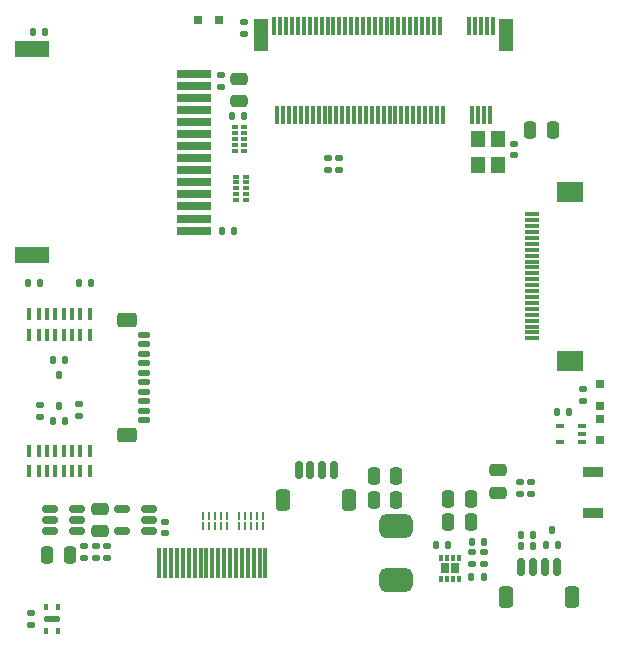
<source format=gbr>
%TF.GenerationSoftware,KiCad,Pcbnew,8.0.7*%
%TF.CreationDate,2025-01-30T17:12:34+01:00*%
%TF.ProjectId,CM5_MINIMA_2,434d355f-4d49-44e4-994d-415f322e6b69,2*%
%TF.SameCoordinates,Original*%
%TF.FileFunction,Paste,Top*%
%TF.FilePolarity,Positive*%
%FSLAX46Y46*%
G04 Gerber Fmt 4.6, Leading zero omitted, Abs format (unit mm)*
G04 Created by KiCad (PCBNEW 8.0.7) date 2025-01-30 17:12:34*
%MOMM*%
%LPD*%
G01*
G04 APERTURE LIST*
G04 Aperture macros list*
%AMRoundRect*
0 Rectangle with rounded corners*
0 $1 Rounding radius*
0 $2 $3 $4 $5 $6 $7 $8 $9 X,Y pos of 4 corners*
0 Add a 4 corners polygon primitive as box body*
4,1,4,$2,$3,$4,$5,$6,$7,$8,$9,$2,$3,0*
0 Add four circle primitives for the rounded corners*
1,1,$1+$1,$2,$3*
1,1,$1+$1,$4,$5*
1,1,$1+$1,$6,$7*
1,1,$1+$1,$8,$9*
0 Add four rect primitives between the rounded corners*
20,1,$1+$1,$2,$3,$4,$5,0*
20,1,$1+$1,$4,$5,$6,$7,0*
20,1,$1+$1,$6,$7,$8,$9,0*
20,1,$1+$1,$8,$9,$2,$3,0*%
G04 Aperture macros list end*
%ADD10RoundRect,0.150000X0.512500X0.150000X-0.512500X0.150000X-0.512500X-0.150000X0.512500X-0.150000X0*%
%ADD11RoundRect,0.135000X0.135000X0.185000X-0.135000X0.185000X-0.135000X-0.185000X0.135000X-0.185000X0*%
%ADD12RoundRect,0.150000X0.150000X0.625000X-0.150000X0.625000X-0.150000X-0.625000X0.150000X-0.625000X0*%
%ADD13RoundRect,0.250000X0.350000X0.650000X-0.350000X0.650000X-0.350000X-0.650000X0.350000X-0.650000X0*%
%ADD14RoundRect,0.250000X-0.250000X-0.475000X0.250000X-0.475000X0.250000X0.475000X-0.250000X0.475000X0*%
%ADD15R,1.700000X0.900000*%
%ADD16R,0.650000X0.850000*%
%ADD17R,0.300000X0.500000*%
%ADD18RoundRect,0.135000X-0.185000X0.135000X-0.185000X-0.135000X0.185000X-0.135000X0.185000X0.135000X0*%
%ADD19RoundRect,0.250000X0.250000X0.475000X-0.250000X0.475000X-0.250000X-0.475000X0.250000X-0.475000X0*%
%ADD20RoundRect,0.140000X0.170000X-0.140000X0.170000X0.140000X-0.170000X0.140000X-0.170000X-0.140000X0*%
%ADD21R,0.250000X0.680000*%
%ADD22RoundRect,0.075000X0.200000X-0.075000X0.200000X0.075000X-0.200000X0.075000X-0.200000X-0.075000X0*%
%ADD23R,0.800000X0.700000*%
%ADD24RoundRect,0.135000X-0.135000X-0.185000X0.135000X-0.185000X0.135000X0.185000X-0.135000X0.185000X0*%
%ADD25RoundRect,0.500000X0.900000X-0.500000X0.900000X0.500000X-0.900000X0.500000X-0.900000X-0.500000X0*%
%ADD26R,1.200000X1.400000*%
%ADD27RoundRect,0.250000X0.475000X-0.250000X0.475000X0.250000X-0.475000X0.250000X-0.475000X-0.250000X0*%
%ADD28RoundRect,0.100000X0.225000X0.100000X-0.225000X0.100000X-0.225000X-0.100000X0.225000X-0.100000X0*%
%ADD29RoundRect,0.125000X0.425000X-0.125000X0.425000X0.125000X-0.425000X0.125000X-0.425000X-0.125000X0*%
%ADD30RoundRect,0.250000X0.600000X-0.350000X0.600000X0.350000X-0.600000X0.350000X-0.600000X-0.350000X0*%
%ADD31RoundRect,0.140000X-0.140000X-0.170000X0.140000X-0.170000X0.140000X0.170000X-0.140000X0.170000X0*%
%ADD32RoundRect,0.135000X0.185000X-0.135000X0.185000X0.135000X-0.185000X0.135000X-0.185000X-0.135000X0*%
%ADD33RoundRect,0.087500X0.087500X-0.187500X0.087500X0.187500X-0.087500X0.187500X-0.087500X-0.187500X0*%
%ADD34RoundRect,0.125000X0.575000X-0.125000X0.575000X0.125000X-0.575000X0.125000X-0.575000X-0.125000X0*%
%ADD35RoundRect,0.087500X-0.087500X0.187500X-0.087500X-0.187500X0.087500X-0.187500X0.087500X0.187500X0*%
%ADD36R,0.400000X1.100000*%
%ADD37R,0.300000X1.550000*%
%ADD38R,1.200000X2.750000*%
%ADD39R,3.000000X0.710000*%
%ADD40R,3.000000X1.400000*%
%ADD41RoundRect,0.140000X-0.170000X0.140000X-0.170000X-0.140000X0.170000X-0.140000X0.170000X0.140000X0*%
%ADD42R,0.300000X2.600000*%
%ADD43RoundRect,0.140000X0.140000X0.170000X-0.140000X0.170000X-0.140000X-0.170000X0.140000X-0.170000X0*%
%ADD44RoundRect,0.125000X-0.125000X0.175000X-0.125000X-0.175000X0.125000X-0.175000X0.125000X0.175000X0*%
%ADD45RoundRect,0.125000X0.125000X-0.175000X0.125000X0.175000X-0.125000X0.175000X-0.125000X-0.175000X0*%
%ADD46R,0.700000X0.800000*%
%ADD47R,1.300000X0.300000*%
%ADD48R,2.200000X1.800000*%
G04 APERTURE END LIST*
D10*
%TO.C,U405*%
X15427500Y12910000D03*
X15427500Y13860000D03*
X15427500Y14810000D03*
X13152500Y14810000D03*
X13152500Y12910000D03*
%TD*%
D11*
%TO.C,R704*%
X43760000Y8990000D03*
X42740000Y8990000D03*
%TD*%
D12*
%TO.C,J502*%
X49960000Y9875000D03*
X48960000Y9875000D03*
X47960000Y9875000D03*
X46960000Y9875000D03*
D13*
X51260000Y7350000D03*
X45660000Y7350000D03*
%TD*%
D14*
%TO.C,C705*%
X40775000Y13675000D03*
X42675000Y13675000D03*
%TD*%
D15*
%TO.C,SW602*%
X53000000Y17875000D03*
X53000000Y14475000D03*
%TD*%
D16*
%TO.C,U702*%
X41337500Y9750000D03*
X40462500Y9750000D03*
D17*
X41650000Y10650000D03*
X41150000Y10650000D03*
X40650000Y10650000D03*
X40150000Y10650000D03*
X40150000Y8850000D03*
X40650000Y8850000D03*
X41150000Y8850000D03*
X41650000Y8850000D03*
%TD*%
D18*
%TO.C,R606*%
X52140000Y23890000D03*
X52140000Y24910000D03*
%TD*%
%TO.C,R103*%
X47790000Y17040000D03*
X47790000Y16020000D03*
%TD*%
D19*
%TO.C,C708*%
X36350000Y17550000D03*
X34450000Y17550000D03*
%TD*%
D20*
%TO.C,C502*%
X16800000Y12720000D03*
X16800000Y13680000D03*
%TD*%
D21*
%TO.C,D401*%
X22050000Y14190000D03*
X21550000Y14190000D03*
X21050000Y14190000D03*
X20550000Y14190000D03*
X20050000Y14190000D03*
X20050000Y13330000D03*
X20550000Y13330000D03*
X21050000Y13330000D03*
X21550000Y13330000D03*
X22050000Y13330000D03*
%TD*%
D10*
%TO.C,U701*%
X9357500Y12900000D03*
X9357500Y13850000D03*
X9357500Y14800000D03*
X7082500Y14800000D03*
X7082500Y13850000D03*
X7082500Y12900000D03*
%TD*%
D22*
%TO.C,U401*%
X23610000Y40925000D03*
X23610000Y41425000D03*
X23610000Y41925000D03*
X23610000Y42425000D03*
X23610000Y42925000D03*
X22840000Y42925000D03*
X22840000Y42425000D03*
X22840000Y41925000D03*
X22840000Y41425000D03*
X22840000Y40925000D03*
%TD*%
D18*
%TO.C,R101*%
X10950000Y11660000D03*
X10950000Y10640000D03*
%TD*%
%TO.C,R402*%
X21575000Y51535000D03*
X21575000Y50515000D03*
%TD*%
%TO.C,R102*%
X46850000Y17040000D03*
X46850000Y16020000D03*
%TD*%
D11*
%TO.C,R401*%
X22610000Y38300000D03*
X21590000Y38300000D03*
%TD*%
D23*
%TO.C,D702*%
X19560000Y56200000D03*
X21360000Y56200000D03*
%TD*%
D18*
%TO.C,R105*%
X31510000Y44510000D03*
X31510000Y43490000D03*
%TD*%
%TO.C,R106*%
X30560000Y44510000D03*
X30560000Y43490000D03*
%TD*%
D24*
%TO.C,R403*%
X5590000Y55200000D03*
X6610000Y55200000D03*
%TD*%
D25*
%TO.C,L701*%
X36325000Y8800000D03*
X36325000Y13300000D03*
%TD*%
D26*
%TO.C,U703*%
X44950000Y43875000D03*
X44950000Y46075000D03*
X43250000Y46075000D03*
X43250000Y43875000D03*
%TD*%
D14*
%TO.C,C704*%
X40775000Y15650000D03*
X42675000Y15650000D03*
%TD*%
D18*
%TO.C,R707*%
X23460000Y55980000D03*
X23460000Y54960000D03*
%TD*%
D19*
%TO.C,C709*%
X36350000Y15575000D03*
X34450000Y15575000D03*
%TD*%
D27*
%TO.C,C701*%
X11250000Y12900000D03*
X11250000Y14800000D03*
%TD*%
D24*
%TO.C,R706*%
X42765000Y12025000D03*
X43785000Y12025000D03*
%TD*%
D12*
%TO.C,J601*%
X31100000Y18100000D03*
X30100000Y18100000D03*
X29100000Y18100000D03*
X28100000Y18100000D03*
D13*
X32400000Y15575000D03*
X26800000Y15575000D03*
%TD*%
D14*
%TO.C,C703*%
X6830000Y10880000D03*
X8730000Y10880000D03*
%TD*%
D28*
%TO.C,U602*%
X50210000Y20470000D03*
X50210000Y21770000D03*
X52110000Y21770000D03*
X52110000Y21120000D03*
X52110000Y20470000D03*
%TD*%
D29*
%TO.C,J503*%
X14980000Y22310000D03*
X14980000Y23110000D03*
X14980000Y23910000D03*
X14980000Y24710000D03*
X14980000Y25510000D03*
X14980000Y26310000D03*
X14980000Y27110000D03*
X14980000Y27910000D03*
X14980000Y28710000D03*
X14980000Y29510000D03*
D30*
X13580000Y21010000D03*
X13580000Y30810000D03*
%TD*%
D20*
%TO.C,C602*%
X5450000Y4970000D03*
X5450000Y5930000D03*
%TD*%
D31*
%TO.C,C401*%
X22495000Y48075000D03*
X23455000Y48075000D03*
%TD*%
D32*
%TO.C,R702*%
X6200000Y22600001D03*
X6200000Y23619999D03*
%TD*%
%TO.C,R705*%
X42775000Y10115000D03*
X42775000Y11135000D03*
%TD*%
D33*
%TO.C,U601*%
X6700000Y4425000D03*
X7700000Y4425000D03*
D34*
X7200000Y5450000D03*
D35*
X6700000Y6475000D03*
X7700000Y6475000D03*
%TD*%
D36*
%TO.C,J101*%
X10400000Y29550000D03*
X9600000Y29550000D03*
X8900000Y29550000D03*
X8200000Y29550000D03*
X7500000Y29550000D03*
X6800000Y29550000D03*
X6100000Y29550000D03*
X5300000Y29550000D03*
X5300000Y31250000D03*
X6100000Y31250000D03*
X6800000Y31250000D03*
X7500000Y31250000D03*
X8200000Y31250000D03*
X8900000Y31250000D03*
X9600000Y31250000D03*
X10400000Y31250000D03*
%TD*%
D24*
%TO.C,R501*%
X46940000Y12600000D03*
X47960000Y12600000D03*
%TD*%
D37*
%TO.C,J701*%
X26050000Y55650000D03*
X26300000Y48100000D03*
X26550000Y55650000D03*
X26800000Y48100000D03*
X27050000Y55650000D03*
X27300000Y48100000D03*
X27550000Y55650000D03*
X27800000Y48100000D03*
X28050000Y55650000D03*
X28300000Y48100000D03*
X28550000Y55650000D03*
X28800000Y48100000D03*
X29050000Y55650000D03*
X29300000Y48100000D03*
X29550000Y55650000D03*
X29800000Y48100000D03*
X30050000Y55650000D03*
X30300000Y48100000D03*
X30550000Y55650000D03*
X30800000Y48100000D03*
X31050000Y55650000D03*
X31300000Y48100000D03*
X31550000Y55650000D03*
X31800000Y48100000D03*
X32050000Y55650000D03*
X32300000Y48100000D03*
X32550000Y55650000D03*
X32800000Y48100000D03*
X33050000Y55650000D03*
X33300000Y48100000D03*
X33550000Y55650000D03*
X33800000Y48100000D03*
X34050000Y55650000D03*
X34300000Y48100000D03*
X34550000Y55650000D03*
X34800000Y48100000D03*
X35050000Y55650000D03*
X35300000Y48100000D03*
X35550000Y55650000D03*
X35800000Y48100000D03*
X36050000Y55650000D03*
X36300000Y48100000D03*
X36550000Y55650000D03*
X36800000Y48100000D03*
X37050000Y55650000D03*
X37300000Y48100000D03*
X37550000Y55650000D03*
X37800000Y48100000D03*
X38050000Y55650000D03*
X38300000Y48100000D03*
X38550000Y55650000D03*
X38800000Y48100000D03*
X39050000Y55650000D03*
X39300000Y48100000D03*
X39550000Y55650000D03*
X39800000Y48100000D03*
X40050000Y55650000D03*
X40300000Y48100000D03*
X42550000Y55650000D03*
X42800000Y48100000D03*
X43050000Y55650000D03*
X43300000Y48100000D03*
X43550000Y55650000D03*
X43800000Y48100000D03*
X44050000Y55650000D03*
X44300000Y48100000D03*
X44550000Y55650000D03*
D38*
X24950000Y54875000D03*
X45650000Y54875000D03*
%TD*%
D39*
%TO.C,T401*%
X19270000Y38350000D03*
X19270000Y39370000D03*
X19270000Y40390000D03*
X19270000Y41410000D03*
X19270000Y42430000D03*
X19270000Y43450000D03*
X19270000Y44470000D03*
X19270000Y45490000D03*
X19270000Y46510000D03*
X19270000Y47530000D03*
X19270000Y48550000D03*
X19270000Y49570000D03*
X19270000Y50590000D03*
X19270000Y51610000D03*
D40*
X5570000Y36255000D03*
X5570000Y53705000D03*
%TD*%
D27*
%TO.C,C711*%
X23050000Y49300000D03*
X23050000Y51200000D03*
%TD*%
D22*
%TO.C,U402*%
X23520000Y45112500D03*
X23520000Y45612500D03*
X23520000Y46112500D03*
X23520000Y46612500D03*
X23520000Y47112500D03*
X22750000Y47112500D03*
X22750000Y46612500D03*
X22750000Y46112500D03*
X22750000Y45612500D03*
X22750000Y45112500D03*
%TD*%
D20*
%TO.C,C712*%
X46300000Y44740000D03*
X46300000Y45700000D03*
%TD*%
D41*
%TO.C,C501*%
X11900000Y11630000D03*
X11900000Y10670000D03*
%TD*%
D42*
%TO.C,J501*%
X25300000Y10230000D03*
X24800000Y10230000D03*
X24300000Y10230000D03*
X23800000Y10230000D03*
X23300000Y10230000D03*
X22800000Y10230000D03*
X22300000Y10230000D03*
X21800000Y10230000D03*
X21300000Y10230000D03*
X20800000Y10230000D03*
X20300000Y10230000D03*
X19800000Y10230000D03*
X19300000Y10230000D03*
X18800000Y10230000D03*
X18300000Y10230000D03*
X17800000Y10230000D03*
X17300000Y10230000D03*
X16800000Y10230000D03*
X16300000Y10230000D03*
%TD*%
D14*
%TO.C,C710*%
X49600000Y46875000D03*
X47700000Y46875000D03*
%TD*%
D21*
%TO.C,D402*%
X25050000Y14190000D03*
X24550000Y14190000D03*
X24050000Y14190000D03*
X23550000Y14190000D03*
X23050000Y14190000D03*
X23050000Y13330000D03*
X23550000Y13330000D03*
X24050000Y13330000D03*
X24550000Y13330000D03*
X25050000Y13330000D03*
%TD*%
D18*
%TO.C,R701*%
X9950000Y11660000D03*
X9950000Y10640000D03*
%TD*%
D43*
%TO.C,C706*%
X40730000Y11700000D03*
X39770000Y11700000D03*
%TD*%
D44*
%TO.C,D101*%
X8350000Y27390000D03*
X7350000Y27390000D03*
X7850000Y26090000D03*
%TD*%
D31*
%TO.C,C102*%
X9550000Y33950000D03*
X10510000Y33950000D03*
%TD*%
D43*
%TO.C,C101*%
X6180000Y33950000D03*
X5220000Y33950000D03*
%TD*%
D36*
%TO.C,USB701*%
X10400000Y18000000D03*
X9600000Y18000000D03*
X8900000Y18000000D03*
X8200000Y18000000D03*
X7500000Y18000000D03*
X6800000Y18000000D03*
X6100000Y18000000D03*
X5300000Y18000000D03*
X5300000Y19700000D03*
X6100000Y19700000D03*
X6800000Y19700000D03*
X7500000Y19700000D03*
X8200000Y19700000D03*
X8900000Y19700000D03*
X9600000Y19700000D03*
X10400000Y19700000D03*
%TD*%
D45*
%TO.C,D701*%
X7350000Y22200000D03*
X8350000Y22200000D03*
X7850000Y23499999D03*
%TD*%
D27*
%TO.C,C601*%
X44980000Y16140000D03*
X44980000Y18040000D03*
%TD*%
D32*
%TO.C,R703*%
X9480000Y22610001D03*
X9480000Y23629999D03*
%TD*%
D20*
%TO.C,C707*%
X43775000Y10145000D03*
X43775000Y11105000D03*
%TD*%
D46*
%TO.C,D605*%
X53640000Y20580000D03*
X53640000Y22380000D03*
%TD*%
D45*
%TO.C,D502*%
X49525000Y13000000D03*
X50025000Y11700000D03*
X49025000Y11700000D03*
%TD*%
D47*
%TO.C,J802*%
X47850000Y39725000D03*
X47850000Y39225000D03*
X47850000Y38725000D03*
X47850000Y38225000D03*
X47850000Y37725000D03*
X47850000Y37225000D03*
X47850000Y36725000D03*
X47850000Y36225000D03*
X47850000Y35725000D03*
X47850000Y35225000D03*
X47850000Y34725000D03*
X47850000Y34225000D03*
X47850000Y33725000D03*
X47850000Y33225000D03*
X47850000Y32725000D03*
X47850000Y32225000D03*
X47850000Y31725000D03*
X47850000Y31225000D03*
X47850000Y30725000D03*
X47850000Y30225000D03*
X47850000Y29725000D03*
X47850000Y29225000D03*
D48*
X51100000Y27325000D03*
X51100000Y41625000D03*
%TD*%
D24*
%TO.C,R502*%
X46940000Y11650000D03*
X47960000Y11650000D03*
%TD*%
D46*
%TO.C,D606*%
X53640000Y23520000D03*
X53640000Y25320000D03*
%TD*%
D11*
%TO.C,R605*%
X49980000Y23010000D03*
X51000000Y23010000D03*
%TD*%
M02*

</source>
